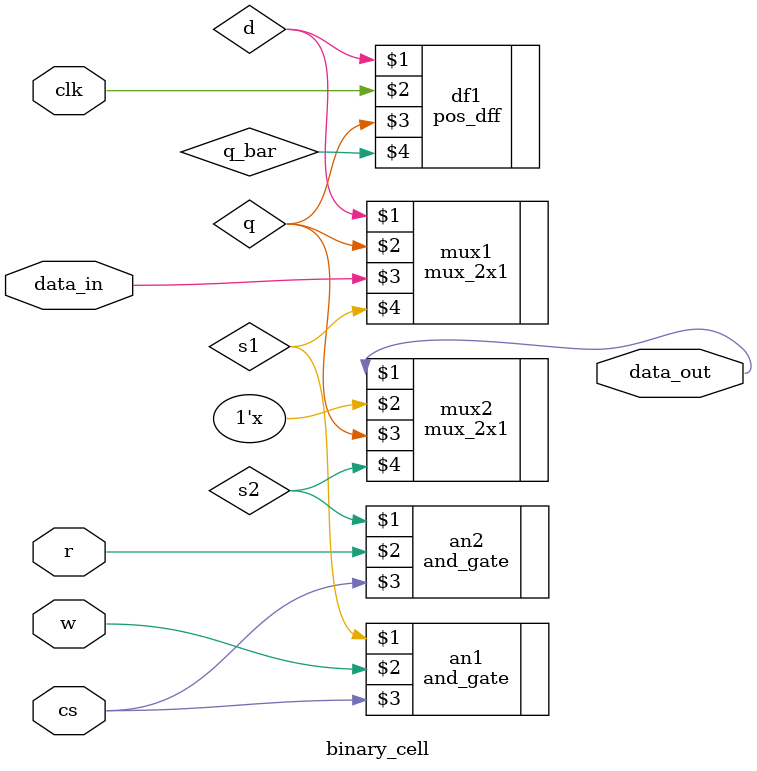
<source format=v>
module binary_cell(data_out, data_in, cs, w,r, clk);

    output data_out;
    input data_in, cs, w,r, clk;

    wire q, q_bar, s1, s2, d, w,r_not;

    and_gate an1(s1, w, cs);
    and_gate an2(s2, r, cs);
    mux_2x1 mux1(d, q, data_in, s1);

    pos_dff df1(d,clk, q, q_bar);
    mux_2x1 mux2(data_out, 1'bx, q, s2);


endmodule
</source>
